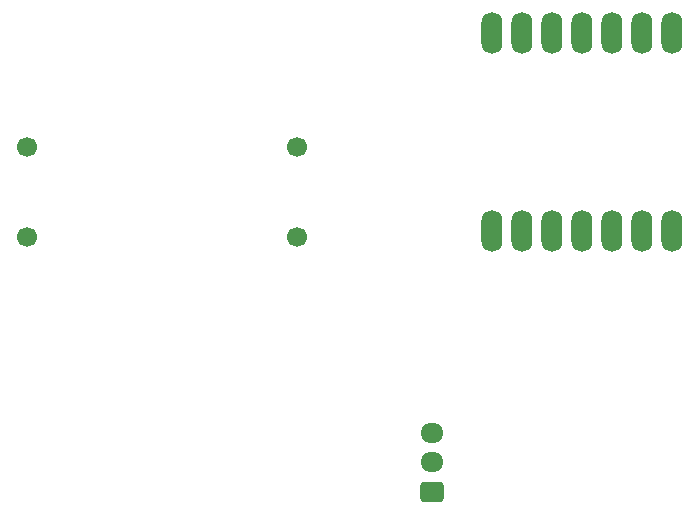
<source format=gbr>
%TF.GenerationSoftware,KiCad,Pcbnew,7.0.10*%
%TF.CreationDate,2024-01-23T18:03:39-08:00*%
%TF.ProjectId,514final,35313466-696e-4616-9c2e-6b696361645f,rev?*%
%TF.SameCoordinates,Original*%
%TF.FileFunction,Soldermask,Bot*%
%TF.FilePolarity,Negative*%
%FSLAX46Y46*%
G04 Gerber Fmt 4.6, Leading zero omitted, Abs format (unit mm)*
G04 Created by KiCad (PCBNEW 7.0.10) date 2024-01-23 18:03:39*
%MOMM*%
%LPD*%
G01*
G04 APERTURE LIST*
G04 Aperture macros list*
%AMRoundRect*
0 Rectangle with rounded corners*
0 $1 Rounding radius*
0 $2 $3 $4 $5 $6 $7 $8 $9 X,Y pos of 4 corners*
0 Add a 4 corners polygon primitive as box body*
4,1,4,$2,$3,$4,$5,$6,$7,$8,$9,$2,$3,0*
0 Add four circle primitives for the rounded corners*
1,1,$1+$1,$2,$3*
1,1,$1+$1,$4,$5*
1,1,$1+$1,$6,$7*
1,1,$1+$1,$8,$9*
0 Add four rect primitives between the rounded corners*
20,1,$1+$1,$2,$3,$4,$5,0*
20,1,$1+$1,$4,$5,$6,$7,0*
20,1,$1+$1,$6,$7,$8,$9,0*
20,1,$1+$1,$8,$9,$2,$3,0*%
G04 Aperture macros list end*
%ADD10O,1.950000X1.700000*%
%ADD11RoundRect,0.250000X0.725000X-0.600000X0.725000X0.600000X-0.725000X0.600000X-0.725000X-0.600000X0*%
%ADD12C,1.700000*%
%ADD13O,1.778000X3.556000*%
G04 APERTURE END LIST*
D10*
%TO.C,SW1*%
X114300000Y-119460000D03*
X114300000Y-121960000D03*
D11*
X114300000Y-124460000D03*
%TD*%
D12*
%TO.C,M1*%
X80010000Y-95250000D03*
X80010000Y-102870000D03*
X102870000Y-102870000D03*
X102870000Y-95250000D03*
%TD*%
D13*
%TO.C,U1*%
X119380000Y-85598000D03*
X121920000Y-85598000D03*
X124460000Y-85598000D03*
X127000000Y-85598000D03*
X129540000Y-85598000D03*
X132080000Y-85598000D03*
X134620000Y-85598000D03*
X119380000Y-102362000D03*
X121920000Y-102362000D03*
X124460000Y-102362000D03*
X127000000Y-102362000D03*
X129540000Y-102362000D03*
X132080000Y-102362000D03*
X134620000Y-102362000D03*
%TD*%
M02*

</source>
